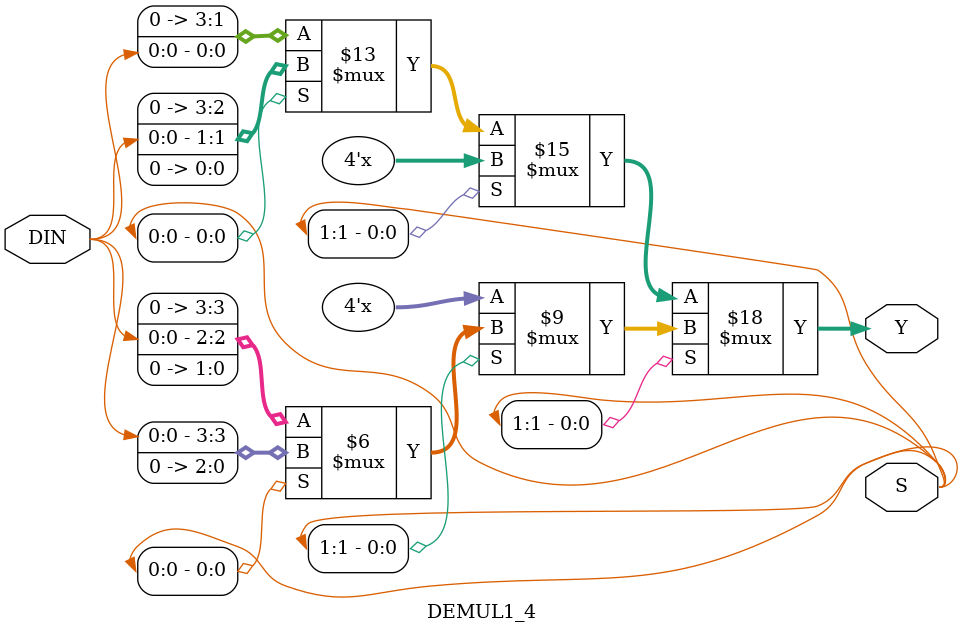
<source format=v>
module DEMUL1_4(
    input DIN,
    output [1:0]S,
    output reg [3:0]Y
);
    always @(DIN or S)
        begin
            if(S[1]==1'b0)
                if(S[0]==1'b0)
                    Y={3'b000,DIN};
                else
                    Y={2'b00,DIN,1'b0};
            else
                if(S[0]==1'b0)
                    Y={1'b0,DIN,2'b00};
                else
                    Y={DIN,3'b000};
        end
endmodule

</source>
